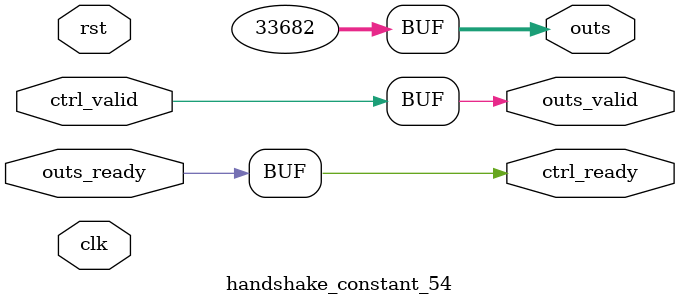
<source format=v>
`timescale 1ns / 1ps
module handshake_constant_54 #(
  parameter DATA_WIDTH = 32  // Default set to 32 bits
) (
  input                       clk,
  input                       rst,
  // Input Channel
  input                       ctrl_valid,
  output                      ctrl_ready,
  // Output Channel
  output [DATA_WIDTH - 1 : 0] outs,
  output                      outs_valid,
  input                       outs_ready
);
  assign outs       = 17'b01000001110010010;
  assign outs_valid = ctrl_valid;
  assign ctrl_ready = outs_ready;

endmodule

</source>
